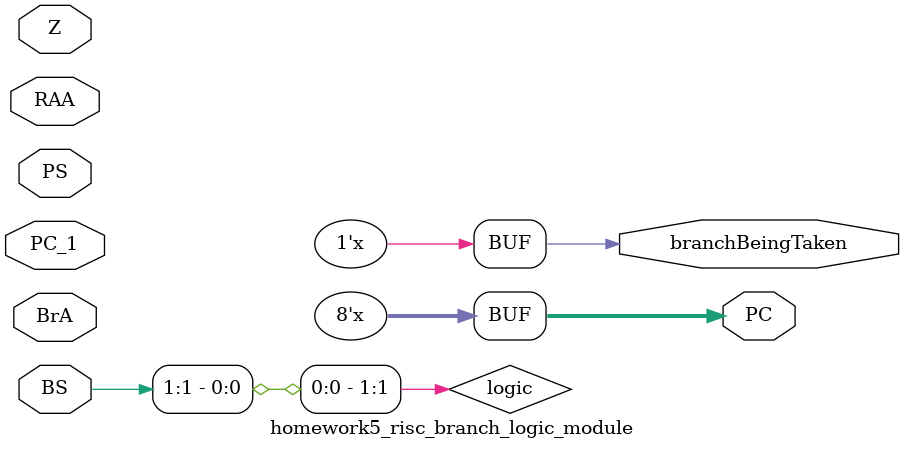
<source format=v>
`timescale 1ns / 1ps
module homework5_risc_branch_logic_module(
    input [7:0] PC_1,
    input [1:0] BS,
    input PS, 
    input Z,
    input [31:0] BrA,
    input [31:0] RAA,
    output reg [7:0] PC = 8'b0,
    output reg branchBeingTaken = 1'b0
    );
    
    reg [1:0] logic = 2'b0;
    
    // MUXC
    always @(*) begin
    
        logic <= {BS[1], (((PS ^ Z)|BS[1])&BS[0])};
        
        case (logic)
            2'd0: PC <= PC_1;
            2'd1: PC <= BrA[7:0];
            2'd2: PC <= RAA[7:0];
            2'd3: PC <= BrA[7:0];
            default: PC <= 8'bX;
         endcase
         
         branchBeingTaken <= |logic;
      
    end
    
endmodule

</source>
